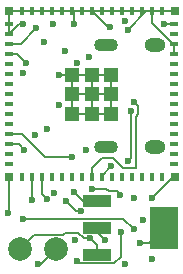
<source format=gbr>
%TF.GenerationSoftware,KiCad,Pcbnew,8.0.4*%
%TF.CreationDate,2024-12-20T20:39:33-05:00*%
%TF.ProjectId,SurroundSensePCB,53757272-6f75-46e6-9453-656e73655043,rev?*%
%TF.SameCoordinates,Original*%
%TF.FileFunction,Copper,L1,Top*%
%TF.FilePolarity,Positive*%
%FSLAX46Y46*%
G04 Gerber Fmt 4.6, Leading zero omitted, Abs format (unit mm)*
G04 Created by KiCad (PCBNEW 8.0.4) date 2024-12-20 20:39:33*
%MOMM*%
%LPD*%
G01*
G04 APERTURE LIST*
%TA.AperFunction,SMDPad,CuDef*%
%ADD10R,2.470000X0.980000*%
%TD*%
%TA.AperFunction,SMDPad,CuDef*%
%ADD11R,2.470000X3.600000*%
%TD*%
%TA.AperFunction,SMDPad,CuDef*%
%ADD12C,2.000000*%
%TD*%
%TA.AperFunction,SMDPad,CuDef*%
%ADD13R,0.800000X0.400000*%
%TD*%
%TA.AperFunction,SMDPad,CuDef*%
%ADD14R,0.400000X0.800000*%
%TD*%
%TA.AperFunction,SMDPad,CuDef*%
%ADD15R,0.800000X0.800000*%
%TD*%
%TA.AperFunction,SMDPad,CuDef*%
%ADD16R,1.200000X1.200000*%
%TD*%
%TA.AperFunction,ComponentPad*%
%ADD17O,1.800000X1.200000*%
%TD*%
%TA.AperFunction,ComponentPad*%
%ADD18O,2.000000X1.100000*%
%TD*%
%TA.AperFunction,ViaPad*%
%ADD19C,0.600000*%
%TD*%
%TA.AperFunction,Conductor*%
%ADD20C,0.200000*%
%TD*%
G04 APERTURE END LIST*
D10*
%TO.P,U3,1,ADJ(GND)*%
%TO.N,GND*%
X136611000Y-95236000D03*
%TO.P,U3,2,VOUT(TAB)*%
%TO.N,+3.3V*%
X136611000Y-97536000D03*
%TO.P,U3,3,VIN*%
%TO.N,+5V*%
X136611000Y-99836000D03*
D11*
%TO.P,U3,4,TAB*%
%TO.N,+3.3V*%
X142281000Y-97536000D03*
%TD*%
D12*
%TO.P,J4,1,Pin_1*%
%TO.N,GND*%
X133096000Y-99314000D03*
%TD*%
D13*
%TO.P,U1,1,GND*%
%TO.N,GND*%
X129163500Y-80257000D03*
%TO.P,U1,2,GND*%
X129163500Y-81107000D03*
%TO.P,U1,3,3V3*%
%TO.N,+3.3V*%
X129163500Y-81957000D03*
%TO.P,U1,4,IO0*%
%TO.N,/boot*%
X129163500Y-82807000D03*
%TO.P,U1,5,IO1*%
%TO.N,unconnected-(U1-IO1-Pad5)*%
X129163500Y-83657000D03*
%TO.P,U1,6,IO2*%
%TO.N,unconnected-(U1-IO2-Pad6)*%
X129163500Y-84507000D03*
%TO.P,U1,7,IO3*%
%TO.N,unconnected-(U1-IO3-Pad7)*%
X129163500Y-85357000D03*
%TO.P,U1,8,IO4*%
%TO.N,unconnected-(U1-IO4-Pad8)*%
X129163500Y-86207000D03*
%TO.P,U1,9,IO5*%
%TO.N,unconnected-(U1-IO5-Pad9)*%
X129163500Y-87057000D03*
%TO.P,U1,10,IO6*%
%TO.N,unconnected-(U1-IO6-Pad10)*%
X129163500Y-87907000D03*
%TO.P,U1,11,IO7*%
%TO.N,unconnected-(U1-IO7-Pad11)*%
X129163500Y-88757000D03*
%TO.P,U1,12,IO8*%
%TO.N,/sda*%
X129163500Y-89607000D03*
%TO.P,U1,13,IO9*%
%TO.N,/scl*%
X129163500Y-90457000D03*
%TO.P,U1,14,IO10*%
%TO.N,unconnected-(U1-IO10-Pad14)*%
X129163500Y-91307000D03*
%TO.P,U1,15,IO11*%
%TO.N,unconnected-(U1-IO11-Pad15)*%
X129163500Y-92157000D03*
D14*
%TO.P,U1,16,IO12*%
%TO.N,unconnected-(U1-IO12-Pad16)*%
X130188500Y-93232000D03*
%TO.P,U1,17,IO13*%
%TO.N,/mic_clk*%
X131038500Y-93232000D03*
%TO.P,U1,18,IO14*%
%TO.N,/mic_data*%
X131888500Y-93232000D03*
%TO.P,U1,19,IO15*%
%TO.N,unconnected-(U1-IO15-Pad19)*%
X132738500Y-93232000D03*
%TO.P,U1,20,IO16*%
%TO.N,unconnected-(U1-IO16-Pad20)*%
X133588500Y-93232000D03*
%TO.P,U1,21,IO17*%
%TO.N,unconnected-(U1-IO17-Pad21)*%
X134438500Y-93232000D03*
%TO.P,U1,22,IO18*%
%TO.N,unconnected-(U1-IO18-Pad22)*%
X135288500Y-93232000D03*
%TO.P,U1,23,IO19*%
%TO.N,/usb_n*%
X136138500Y-93232000D03*
%TO.P,U1,24,IO20*%
%TO.N,/usb_p*%
X136988500Y-93232000D03*
%TO.P,U1,25,IO21*%
%TO.N,unconnected-(U1-IO21-Pad25)*%
X137838500Y-93232000D03*
%TO.P,U1,26,IO26*%
%TO.N,unconnected-(U1-IO26-Pad26)*%
X138688500Y-93232000D03*
%TO.P,U1,27,IO47*%
%TO.N,unconnected-(U1-IO47-Pad27)*%
X139538500Y-93232000D03*
%TO.P,U1,28,IO33*%
%TO.N,unconnected-(U1-IO33-Pad28)*%
X140388500Y-93232000D03*
%TO.P,U1,29,IO34*%
%TO.N,unconnected-(U1-IO34-Pad29)*%
X141238500Y-93232000D03*
%TO.P,U1,30,IO48*%
%TO.N,unconnected-(U1-IO48-Pad30)*%
X142088500Y-93232000D03*
D13*
%TO.P,U1,31,IO35*%
%TO.N,unconnected-(U1-IO35-Pad31)*%
X143113500Y-92157000D03*
%TO.P,U1,32,IO36*%
%TO.N,unconnected-(U1-IO36-Pad32)*%
X143113500Y-91307000D03*
%TO.P,U1,33,IO37*%
%TO.N,unconnected-(U1-IO37-Pad33)*%
X143113500Y-90457000D03*
%TO.P,U1,34,IO38*%
%TO.N,unconnected-(U1-IO38-Pad34)*%
X143113500Y-89607000D03*
%TO.P,U1,35,IO39*%
%TO.N,unconnected-(U1-IO39-Pad35)*%
X143113500Y-88757000D03*
%TO.P,U1,36,IO40*%
%TO.N,unconnected-(U1-IO40-Pad36)*%
X143113500Y-87907000D03*
%TO.P,U1,37,IO41*%
%TO.N,unconnected-(U1-IO41-Pad37)*%
X143113500Y-87057000D03*
%TO.P,U1,38,IO42*%
%TO.N,unconnected-(U1-IO42-Pad38)*%
X143113500Y-86207000D03*
%TO.P,U1,39,TXD0*%
%TO.N,unconnected-(U1-TXD0-Pad39)*%
X143113500Y-85357000D03*
%TO.P,U1,40,RXD0*%
%TO.N,unconnected-(U1-RXD0-Pad40)*%
X143113500Y-84507000D03*
%TO.P,U1,41,IO45*%
%TO.N,unconnected-(U1-IO45-Pad41)*%
X143113500Y-83657000D03*
%TO.P,U1,42,GND*%
%TO.N,GND*%
X143113500Y-82807000D03*
%TO.P,U1,43,GND*%
X143113500Y-81957000D03*
%TO.P,U1,44,IO46*%
%TO.N,unconnected-(U1-IO46-Pad44)*%
X143113500Y-81107000D03*
%TO.P,U1,45,EN*%
%TO.N,/en*%
X143113500Y-80257000D03*
D14*
%TO.P,U1,46,GND*%
%TO.N,GND*%
X142088500Y-79182000D03*
%TO.P,U1,47,GND*%
X141238500Y-79182000D03*
%TO.P,U1,48,GND*%
X140388500Y-79182000D03*
%TO.P,U1,49,GND*%
X139538500Y-79182000D03*
%TO.P,U1,50,GND*%
X138688500Y-79182000D03*
%TO.P,U1,51,GND*%
X137838500Y-79182000D03*
%TO.P,U1,52,GND*%
X136988500Y-79182000D03*
%TO.P,U1,53,GND*%
X136138500Y-79182000D03*
%TO.P,U1,54,GND*%
X135288500Y-79182000D03*
%TO.P,U1,55,GND*%
X134438500Y-79182000D03*
%TO.P,U1,56,GND*%
X133588500Y-79182000D03*
%TO.P,U1,57,GND*%
X132738500Y-79182000D03*
%TO.P,U1,58,GND*%
X131888500Y-79182000D03*
%TO.P,U1,59,GND*%
X131038500Y-79182000D03*
%TO.P,U1,60,GND*%
X130188500Y-79182000D03*
D15*
%TO.P,U1,GND,GND*%
X129138500Y-79207000D03*
X129138500Y-93207000D03*
D16*
X134488500Y-84557000D03*
X134488500Y-86207000D03*
X134488500Y-87857000D03*
X136138500Y-84557000D03*
X136138500Y-86207000D03*
X136138500Y-87857000D03*
X137788500Y-84557000D03*
X137788500Y-86207000D03*
X137788500Y-87857000D03*
D15*
X143138500Y-79207000D03*
X143138500Y-93207000D03*
%TD*%
D12*
%TO.P,J3,1,Pin_1*%
%TO.N,+5V*%
X130048000Y-99314000D03*
%TD*%
D17*
%TO.P,USB1,13,SHELL*%
%TO.N,GND*%
X141494500Y-82035000D03*
D18*
X137294500Y-82035000D03*
D17*
%TO.P,USB1,14,SHELL*%
X141494500Y-90685000D03*
D18*
X137294500Y-90685000D03*
%TD*%
D19*
%TO.N,GND*%
X131572000Y-100584000D03*
X137668000Y-80518000D03*
X140462000Y-96901000D03*
X134747000Y-98552000D03*
X130302000Y-80264000D03*
X134620000Y-94488000D03*
X129032000Y-96266000D03*
X141224000Y-100203000D03*
X135890000Y-83058000D03*
X141224000Y-94996000D03*
X133350000Y-84582000D03*
X139192000Y-80772000D03*
X133858000Y-82550000D03*
X130302000Y-84455000D03*
X132334000Y-89154000D03*
X134620000Y-80264000D03*
X132080000Y-81788000D03*
X134874000Y-83566000D03*
X133350000Y-87122000D03*
%TO.N,+3.3V*%
X131445000Y-80645000D03*
X131318000Y-89662000D03*
X138938000Y-80010000D03*
X137287000Y-98552000D03*
X140208000Y-98806000D03*
X135636000Y-90932000D03*
X132842000Y-80264000D03*
X132969000Y-94615000D03*
X138938000Y-100584000D03*
X139700000Y-94996000D03*
%TO.N,/en*%
X142240000Y-80264000D03*
%TO.N,/out+*%
X138565054Y-97908946D03*
X134898805Y-100305195D03*
%TO.N,/out-*%
X139700000Y-97663000D03*
X130302000Y-96774000D03*
%TO.N,/sda*%
X134493000Y-91567000D03*
X138557000Y-94742000D03*
X136144000Y-94234000D03*
%TO.N,/scl*%
X135220144Y-96094388D03*
X133985000Y-95250000D03*
X130429000Y-90932000D03*
%TO.N,/boot*%
X130556000Y-83566000D03*
%TO.N,/mic_data*%
X132334000Y-95123000D03*
%TO.N,/usb_p*%
X139446000Y-87630000D03*
X137795000Y-92329000D03*
X139197705Y-91901822D03*
%TO.N,/usb_n*%
X139700000Y-86868000D03*
%TO.N,/mic_clk*%
X131064000Y-95147498D03*
%TO.N,+5V*%
X136017000Y-98426002D03*
%TD*%
D20*
%TO.N,GND*%
X130810000Y-79182000D02*
X131038500Y-79182000D01*
X136138500Y-86207000D02*
X136138500Y-87857000D01*
X134488500Y-84557000D02*
X136138500Y-84557000D01*
X134620000Y-79363500D02*
X134438500Y-79182000D01*
X130302000Y-80264000D02*
X130006500Y-80264000D01*
X133350000Y-84582000D02*
X134463500Y-84582000D01*
X134488500Y-86207000D02*
X136138500Y-86207000D01*
X129163500Y-81107000D02*
X129163500Y-80257000D01*
X137788500Y-86207000D02*
X137788500Y-84557000D01*
X136138500Y-84557000D02*
X136138500Y-86207000D01*
X133096000Y-99314000D02*
X131826000Y-100584000D01*
X129163500Y-80257000D02*
X129163500Y-79232000D01*
X143113500Y-79182000D02*
X143138500Y-79207000D01*
X143113500Y-82807000D02*
X143113500Y-81957000D01*
X129138500Y-96159500D02*
X129032000Y-96266000D01*
X134463500Y-84582000D02*
X134488500Y-84557000D01*
X142989292Y-81957000D02*
X141238500Y-80206208D01*
X135368000Y-95236000D02*
X134620000Y-94488000D01*
X141238500Y-80206208D02*
X141238500Y-79182000D01*
X136138500Y-87857000D02*
X134488500Y-87857000D01*
X143113500Y-81957000D02*
X142989292Y-81957000D01*
X136138500Y-86207000D02*
X137788500Y-86207000D01*
X129163500Y-79232000D02*
X129138500Y-79207000D01*
X137668000Y-80518000D02*
X137474500Y-80518000D01*
X137788500Y-87857000D02*
X137788500Y-86207000D01*
X130006500Y-80264000D02*
X129163500Y-81107000D01*
X137788500Y-84557000D02*
X136138500Y-84557000D01*
X143013000Y-93207000D02*
X141224000Y-94996000D01*
X137474500Y-80518000D02*
X136138500Y-79182000D01*
X134488500Y-86207000D02*
X134488500Y-84557000D01*
X143138500Y-93207000D02*
X143013000Y-93207000D01*
X130810000Y-79182000D02*
X131888500Y-79182000D01*
X130188500Y-79182000D02*
X130810000Y-79182000D01*
X129138500Y-79207000D02*
X130163500Y-79207000D01*
X131826000Y-100584000D02*
X131572000Y-100584000D01*
X140757000Y-79207000D02*
X143138500Y-79207000D01*
X129138500Y-93207000D02*
X129138500Y-96159500D01*
X136138500Y-87857000D02*
X137788500Y-87857000D01*
X139192000Y-80772000D02*
X140757000Y-79207000D01*
X130163500Y-79207000D02*
X130188500Y-79182000D01*
X131888500Y-79182000D02*
X143113500Y-79182000D01*
X136611000Y-95236000D02*
X135368000Y-95236000D01*
X134620000Y-80264000D02*
X134620000Y-79363500D01*
X134488500Y-87857000D02*
X134488500Y-86207000D01*
%TO.N,+3.3V*%
X137287000Y-98552000D02*
X136611000Y-97876000D01*
X140208000Y-98806000D02*
X141011000Y-98806000D01*
X141011000Y-98806000D02*
X142281000Y-97536000D01*
X131445000Y-80645000D02*
X130133000Y-81957000D01*
X130133000Y-81957000D02*
X129163500Y-81957000D01*
X136611000Y-97876000D02*
X136611000Y-97536000D01*
%TO.N,/en*%
X143113500Y-80257000D02*
X142247000Y-80257000D01*
X142247000Y-80257000D02*
X142240000Y-80264000D01*
%TO.N,/out+*%
X134898805Y-100305196D02*
X135119609Y-100526000D01*
X135119609Y-100526000D02*
X138046000Y-100526000D01*
X134898805Y-100305195D02*
X134898805Y-100305196D01*
X138046000Y-100526000D02*
X138565054Y-100006946D01*
X138565054Y-100006946D02*
X138565054Y-97908946D01*
%TO.N,/out-*%
X138811000Y-96774000D02*
X130302000Y-96774000D01*
X139700000Y-97663000D02*
X138811000Y-96774000D01*
%TO.N,/sda*%
X137564236Y-94432000D02*
X137366236Y-94234000D01*
X138247000Y-94432000D02*
X137564236Y-94432000D01*
X134493000Y-91567000D02*
X132152107Y-91567000D01*
X138557000Y-94742000D02*
X138247000Y-94432000D01*
X130192107Y-89607000D02*
X129163500Y-89607000D01*
X137366236Y-94234000D02*
X136144000Y-94234000D01*
X132152107Y-91567000D02*
X130192107Y-89607000D01*
%TO.N,/scl*%
X133985000Y-95250000D02*
X134829388Y-96094388D01*
X129954000Y-90457000D02*
X129163500Y-90457000D01*
X130429000Y-90932000D02*
X129954000Y-90457000D01*
X134829388Y-96094388D02*
X135220144Y-96094388D01*
%TO.N,/boot*%
X130556000Y-83566000D02*
X129797000Y-82807000D01*
X129797000Y-82807000D02*
X129163500Y-82807000D01*
%TO.N,unconnected-(U1-IO21-Pad25)*%
X137838500Y-93232000D02*
X137838500Y-93382000D01*
%TO.N,/mic_data*%
X131888500Y-94677500D02*
X131888500Y-93232000D01*
X132334000Y-95123000D02*
X131888500Y-94677500D01*
%TO.N,/usb_p*%
X139197705Y-91901822D02*
X139446000Y-91653527D01*
X139399822Y-91901822D02*
X139197705Y-91901822D01*
X137795000Y-92329000D02*
X136988500Y-93135500D01*
X139446000Y-91653527D02*
X139446000Y-87630000D01*
X136988500Y-93135500D02*
X136988500Y-93232000D01*
%TO.N,/usb_n*%
X140046000Y-87919000D02*
X140046000Y-87214000D01*
X139862000Y-88103000D02*
X140046000Y-87919000D01*
X139810707Y-92501822D02*
X138816351Y-92501822D01*
X138816351Y-92501822D02*
X137916529Y-91602000D01*
X139862000Y-92450529D02*
X139810707Y-92501822D01*
X136998000Y-91602000D02*
X136138500Y-92461500D01*
X136138500Y-92461500D02*
X136138500Y-93232000D01*
X140046000Y-87214000D02*
X139700000Y-86868000D01*
X139862000Y-92450529D02*
X139862000Y-88103000D01*
X137916529Y-91602000D02*
X136998000Y-91602000D01*
%TO.N,/mic_clk*%
X131064000Y-95147498D02*
X131064000Y-93257500D01*
X131064000Y-93257500D02*
X131038500Y-93232000D01*
%TO.N,+5V*%
X131248000Y-98114000D02*
X130048000Y-99314000D01*
X133709000Y-98114000D02*
X131248000Y-98114000D01*
X133871000Y-97952000D02*
X133709000Y-98114000D01*
X136017000Y-98426002D02*
X135469531Y-98426002D01*
X134995529Y-97952000D02*
X133871000Y-97952000D01*
X135469531Y-98426002D02*
X134995529Y-97952000D01*
X136611000Y-99020002D02*
X136611000Y-99836000D01*
X136017000Y-98426002D02*
X136611000Y-99020002D01*
%TD*%
M02*

</source>
